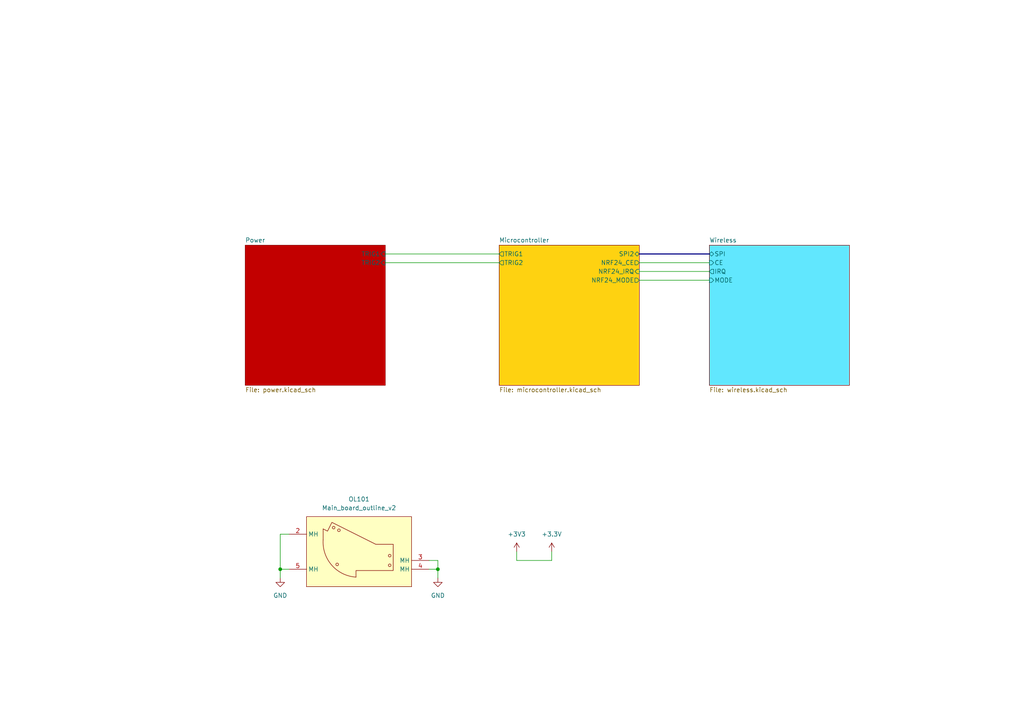
<source format=kicad_sch>
(kicad_sch (version 20230121) (generator eeschema)
  (paper "A4")
  (lib_symbols
    (symbol "SSL_Symbols:Main_board_outline_v2"
      (property "Reference" "OL" (at 0 15.24 0))
      (property "Value" "Main_board_outline_v2" (at 0 12.7 0))
      (symbol "Main_board_outline_v2_0_1"
        (arc (start -10.414 3.429) (mid -7.8872 -3.9412) (end -0.889 -7.366))
        (circle (center -7.366 6.985) (radius 0.381))
        (circle (center -6.35 -3.683) (radius 0.381))
        (circle (center -5.842 6.223) (radius 0.381))
        (polyline (pts (xy -10.414 6.604) (xy -10.414 3.429)))
        (polyline (pts (xy 9.906 2.159) (xy 9.906 -5.461) (xy -0.889 -5.461) (xy -0.889 -7.366)))
        (polyline (pts (xy 9.906 2.159) (xy 4.826 2.159) (xy -7.874 8.509) (xy -9.144 5.969) (xy -10.414 6.604)))
        (circle (center 8.89 -3.937) (radius 0.381))
        (circle (center 8.89 -1.143) (radius 0.381))
      )
      (symbol "Main_board_outline_v2_1_1"
        (rectangle (start -15.24 10.16) (end 15.24 -10.16) (fill (type background)))
        (pin input line (at -20.32 5.08 0) (length 5.08) (name "MH") (number "2"))
        (pin input line (at 20.32 -2.54 180) (length 5.08) (name "MH") (number "3"))
        (pin input line (at 20.32 -5.08 180) (length 5.08) (name "MH") (number "4"))
        (pin input line (at -20.32 -5.08 0) (length 5.08) (name "MH") (number "5"))
      )
    )
    (symbol "power:+3.3V" (power) (pin_names (offset 0))
      (property "Value" "+3.3V" (at 0 3.556 0))
      (symbol "+3.3V_0_1"
        (polyline (pts (xy -0.762 1.27) (xy 0 2.54)))
        (polyline (pts (xy 0 0) (xy 0 2.54)))
        (polyline (pts (xy 0 2.54) (xy 0.762 1.27)))
      )
      (symbol "+3.3V_1_1"
        (pin power_in line (at 0 0 90) (length 0) hide (name "+3.3V") (number "1"))
      )
    )
    (symbol "power:+3V3" (power) (pin_names (offset 0))
      (property "Value" "+3V3" (at 0 3.556 0))
      (symbol "+3V3_0_1"
        (polyline (pts (xy -0.762 1.27) (xy 0 2.54)))
        (polyline (pts (xy 0 0) (xy 0 2.54)))
        (polyline (pts (xy 0 2.54) (xy 0.762 1.27)))
      )
      (symbol "+3V3_1_1"
        (pin power_in line (at 0 0 90) (length 0) hide (name "+3V3") (number "1"))
      )
    )
    (symbol "power:GND" (power) (pin_names (offset 0))
      (property "Value" "GND" (at 0 -3.81 0))
      (symbol "GND_0_1"
        (polyline (pts (xy 0 0) (xy 0 -1.27) (xy 1.27 -1.27) (xy 0 -2.54) (xy -1.27 -1.27) (xy 0 -1.27)))
      )
      (symbol "GND_1_1"
        (pin power_in line (at 0 0 270) (length 0) hide (name "GND") (number "1"))
      )
    )
  )
  (junction (at 127 165.1))
  (junction (at 81.28 165.1))
  (wire (pts (xy 185.42 81.28) (xy 205.74 81.28)))
  (wire (pts (xy 127 165.1) (xy 127 162.56)))
  (wire (pts (xy 149.86 160.02) (xy 149.86 162.56)))
  (wire (pts (xy 149.86 162.56) (xy 160.02 162.56)))
  (wire (pts (xy 111.76 76.2) (xy 144.78 76.2)))
  (wire (pts (xy 185.42 76.2) (xy 205.74 76.2)))
  (wire (pts (xy 111.76 73.66) (xy 144.78 73.66)))
  (bus (pts (xy 185.42 73.66) (xy 205.74 73.66)))
  (wire (pts (xy 160.02 160.02) (xy 160.02 162.56)))
  (wire (pts (xy 81.28 165.1) (xy 83.82 165.1)))
  (wire (pts (xy 81.28 154.94) (xy 83.82 154.94)))
  (wire (pts (xy 81.28 165.1) (xy 81.28 167.64)))
  (wire (pts (xy 127 162.56) (xy 124.46 162.56)))
  (wire (pts (xy 185.42 78.74) (xy 205.74 78.74)))
  (wire (pts (xy 124.46 165.1) (xy 127 165.1)))
  (wire (pts (xy 81.28 154.94) (xy 81.28 165.1)))
  (wire (pts (xy 127 167.64) (xy 127 165.1)))
  (symbol (lib_id "SSL_Symbols:Main_board_outline_v2") (at 104.14 160.02 0) (unit 1)
    (property "Reference" "OL101" (at 104.14 144.78 0))
    (property "Value" "Main_board_outline_v2" (at 104.14 147.32 0))
    (property "Footprint" "SSL Footprints:main_board_outline_v2" (effects hide))
  )
  (symbol (lib_id "power:GND") (at 81.28 167.64 0) (unit 1)
    (property "Reference" "#PWR0102" (effects hide))
    (property "Value" "GND" (at 81.28 172.72 0))
  )
  (symbol (lib_id "power:+3V3") (at 149.86 160.02 0) (unit 1)
    (property "Reference" "#PWR0103" (effects hide))
    (property "Value" "+3V3" (at 149.86 154.94 0))
  )
  (symbol (lib_id "power:GND") (at 127 167.64 0) (unit 1)
    (property "Reference" "#PWR0101" (effects hide))
    (property "Value" "GND" (at 127 172.72 0))
  )
  (symbol (lib_id "power:+3.3V") (at 160.02 160.02 0) (unit 1)
    (property "Reference" "#PWR0104" (effects hide))
    (property "Value" "+3.3V" (at 160.02 154.94 0))
  )
  (sheet (at 71.12 71.12) (size 40.64 40.64) (stroke (width 0.1524)) (fill (color 194 0 0 1.0000))
    (property "Sheetname" "Power" (at 71.12 70.4084 0) (effects (justify left bottom)))
    (property "Sheetfile" "power.kicad_sch" (at 71.12 112.3446 0) (effects (justify left top)))
    (pin "TRIG2" input (at 111.76 76.2 0))
    (pin "TRIG1" input (at 111.76 73.66 0))
  )
  (sheet (at 144.78 71.12) (size 40.64 40.64) (stroke (width 0.1524)) (fill (color 254 210 17 1.0000))
    (property "Sheetname" "Microcontroller" (at 144.78 70.4084 0) (effects (justify left bottom)))
    (property "Sheetfile" "microcontroller.kicad_sch" (at 144.78 112.3446 0) (effects (justify left top)))
    (pin "NRF24_CE" output (at 185.42 76.2 0))
    (pin "NRF24_IRQ" input (at 185.42 78.74 0))
    (pin "SPI2" bidirectional (at 185.42 73.66 0))
    (pin "TRIG1" output (at 144.78 73.66 180))
    (pin "TRIG2" output (at 144.78 76.2 180))
    (pin "NRF24_MODE" output (at 185.42 81.28 0))
  )
  (sheet (at 205.74 71.12) (size 40.64 40.64) (stroke (width 0.1524)) (fill (color 97 231 254 1.0000))
    (property "Sheetname" "Wireless" (at 205.74 70.4084 0) (effects (justify left bottom)))
    (property "Sheetfile" "wireless.kicad_sch" (at 205.74 112.3446 0) (effects (justify left top)))
    (pin "CE" input (at 205.74 76.2 180))
    (pin "IRQ" output (at 205.74 78.74 180))
    (pin "SPI" bidirectional (at 205.74 73.66 180))
    (pin "MODE" input (at 205.74 81.28 180))
  )
)
</source>
